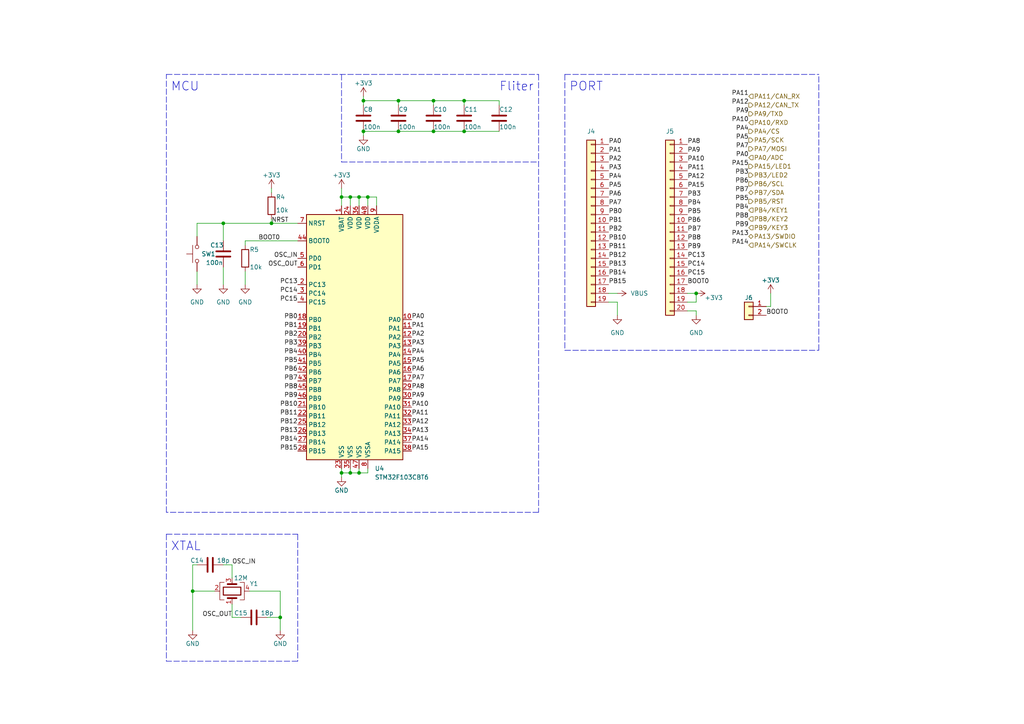
<source format=kicad_sch>
(kicad_sch (version 20211123) (generator eeschema)
  (paper "A4")
  (lib_symbols
    (symbol "Connector_Generic:Conn_01x02" (pin_names (offset 1.016) hide)
      (property "Reference" "J" (at 0 2.54 0))
      (property "Value" "Conn_01x02" (at 0 -5.08 0))
      (symbol "Conn_01x02_1_1"
        (rectangle (start -1.27 -2.413) (end 0 -2.667) (stroke (width 0.1524)))
        (rectangle (start -1.27 0.127) (end 0 -0.127) (stroke (width 0.1524)))
        (rectangle (start -1.27 1.27) (end 1.27 -3.81) (stroke (width 0.254)) (fill (type background)))
        (pin passive line (at -5.08 0 0) (length 3.81) (name "Pin_1") (number "1"))
        (pin passive line (at -5.08 -2.54 0) (length 3.81) (name "Pin_2") (number "2"))
      )
    )
    (symbol "Connector_Generic:Conn_01x19" (pin_names (offset 1.016) hide)
      (property "Reference" "J" (at 0 25.4 0))
      (property "Value" "Conn_01x19" (at 0 -25.4 0))
      (symbol "Conn_01x19_1_1"
        (rectangle (start -1.27 -22.733) (end 0 -22.987) (stroke (width 0.1524)))
        (rectangle (start -1.27 -20.193) (end 0 -20.447) (stroke (width 0.1524)))
        (rectangle (start -1.27 -17.653) (end 0 -17.907) (stroke (width 0.1524)))
        (rectangle (start -1.27 -15.113) (end 0 -15.367) (stroke (width 0.1524)))
        (rectangle (start -1.27 -12.573) (end 0 -12.827) (stroke (width 0.1524)))
        (rectangle (start -1.27 -10.033) (end 0 -10.287) (stroke (width 0.1524)))
        (rectangle (start -1.27 -7.493) (end 0 -7.747) (stroke (width 0.1524)))
        (rectangle (start -1.27 -4.953) (end 0 -5.207) (stroke (width 0.1524)))
        (rectangle (start -1.27 -2.413) (end 0 -2.667) (stroke (width 0.1524)))
        (rectangle (start -1.27 0.127) (end 0 -0.127) (stroke (width 0.1524)))
        (rectangle (start -1.27 2.667) (end 0 2.413) (stroke (width 0.1524)))
        (rectangle (start -1.27 5.207) (end 0 4.953) (stroke (width 0.1524)))
        (rectangle (start -1.27 7.747) (end 0 7.493) (stroke (width 0.1524)))
        (rectangle (start -1.27 10.287) (end 0 10.033) (stroke (width 0.1524)))
        (rectangle (start -1.27 12.827) (end 0 12.573) (stroke (width 0.1524)))
        (rectangle (start -1.27 15.367) (end 0 15.113) (stroke (width 0.1524)))
        (rectangle (start -1.27 17.907) (end 0 17.653) (stroke (width 0.1524)))
        (rectangle (start -1.27 20.447) (end 0 20.193) (stroke (width 0.1524)))
        (rectangle (start -1.27 22.987) (end 0 22.733) (stroke (width 0.1524)))
        (rectangle (start -1.27 24.13) (end 1.27 -24.13) (stroke (width 0.254)) (fill (type background)))
        (pin passive line (at -5.08 22.86 0) (length 3.81) (name "Pin_1") (number "1"))
        (pin passive line (at -5.08 0 0) (length 3.81) (name "Pin_10") (number "10"))
        (pin passive line (at -5.08 -2.54 0) (length 3.81) (name "Pin_11") (number "11"))
        (pin passive line (at -5.08 -5.08 0) (length 3.81) (name "Pin_12") (number "12"))
        (pin passive line (at -5.08 -7.62 0) (length 3.81) (name "Pin_13") (number "13"))
        (pin passive line (at -5.08 -10.16 0) (length 3.81) (name "Pin_14") (number "14"))
        (pin passive line (at -5.08 -12.7 0) (length 3.81) (name "Pin_15") (number "15"))
        (pin passive line (at -5.08 -15.24 0) (length 3.81) (name "Pin_16") (number "16"))
        (pin passive line (at -5.08 -17.78 0) (length 3.81) (name "Pin_17") (number "17"))
        (pin passive line (at -5.08 -20.32 0) (length 3.81) (name "Pin_18") (number "18"))
        (pin passive line (at -5.08 -22.86 0) (length 3.81) (name "Pin_19") (number "19"))
        (pin passive line (at -5.08 20.32 0) (length 3.81) (name "Pin_2") (number "2"))
        (pin passive line (at -5.08 17.78 0) (length 3.81) (name "Pin_3") (number "3"))
        (pin passive line (at -5.08 15.24 0) (length 3.81) (name "Pin_4") (number "4"))
        (pin passive line (at -5.08 12.7 0) (length 3.81) (name "Pin_5") (number "5"))
        (pin passive line (at -5.08 10.16 0) (length 3.81) (name "Pin_6") (number "6"))
        (pin passive line (at -5.08 7.62 0) (length 3.81) (name "Pin_7") (number "7"))
        (pin passive line (at -5.08 5.08 0) (length 3.81) (name "Pin_8") (number "8"))
        (pin passive line (at -5.08 2.54 0) (length 3.81) (name "Pin_9") (number "9"))
      )
    )
    (symbol "Connector_Generic:Conn_01x20" (pin_names (offset 1.016) hide)
      (property "Reference" "J" (at 0 25.4 0))
      (property "Value" "Conn_01x20" (at 0 -27.94 0))
      (symbol "Conn_01x20_1_1"
        (rectangle (start -1.27 -25.273) (end 0 -25.527) (stroke (width 0.1524)))
        (rectangle (start -1.27 -22.733) (end 0 -22.987) (stroke (width 0.1524)))
        (rectangle (start -1.27 -20.193) (end 0 -20.447) (stroke (width 0.1524)))
        (rectangle (start -1.27 -17.653) (end 0 -17.907) (stroke (width 0.1524)))
        (rectangle (start -1.27 -15.113) (end 0 -15.367) (stroke (width 0.1524)))
        (rectangle (start -1.27 -12.573) (end 0 -12.827) (stroke (width 0.1524)))
        (rectangle (start -1.27 -10.033) (end 0 -10.287) (stroke (width 0.1524)))
        (rectangle (start -1.27 -7.493) (end 0 -7.747) (stroke (width 0.1524)))
        (rectangle (start -1.27 -4.953) (end 0 -5.207) (stroke (width 0.1524)))
        (rectangle (start -1.27 -2.413) (end 0 -2.667) (stroke (width 0.1524)))
        (rectangle (start -1.27 0.127) (end 0 -0.127) (stroke (width 0.1524)))
        (rectangle (start -1.27 2.667) (end 0 2.413) (stroke (width 0.1524)))
        (rectangle (start -1.27 5.207) (end 0 4.953) (stroke (width 0.1524)))
        (rectangle (start -1.27 7.747) (end 0 7.493) (stroke (width 0.1524)))
        (rectangle (start -1.27 10.287) (end 0 10.033) (stroke (width 0.1524)))
        (rectangle (start -1.27 12.827) (end 0 12.573) (stroke (width 0.1524)))
        (rectangle (start -1.27 15.367) (end 0 15.113) (stroke (width 0.1524)))
        (rectangle (start -1.27 17.907) (end 0 17.653) (stroke (width 0.1524)))
        (rectangle (start -1.27 20.447) (end 0 20.193) (stroke (width 0.1524)))
        (rectangle (start -1.27 22.987) (end 0 22.733) (stroke (width 0.1524)))
        (rectangle (start -1.27 24.13) (end 1.27 -26.67) (stroke (width 0.254)) (fill (type background)))
        (pin passive line (at -5.08 22.86 0) (length 3.81) (name "Pin_1") (number "1"))
        (pin passive line (at -5.08 0 0) (length 3.81) (name "Pin_10") (number "10"))
        (pin passive line (at -5.08 -2.54 0) (length 3.81) (name "Pin_11") (number "11"))
        (pin passive line (at -5.08 -5.08 0) (length 3.81) (name "Pin_12") (number "12"))
        (pin passive line (at -5.08 -7.62 0) (length 3.81) (name "Pin_13") (number "13"))
        (pin passive line (at -5.08 -10.16 0) (length 3.81) (name "Pin_14") (number "14"))
        (pin passive line (at -5.08 -12.7 0) (length 3.81) (name "Pin_15") (number "15"))
        (pin passive line (at -5.08 -15.24 0) (length 3.81) (name "Pin_16") (number "16"))
        (pin passive line (at -5.08 -17.78 0) (length 3.81) (name "Pin_17") (number "17"))
        (pin passive line (at -5.08 -20.32 0) (length 3.81) (name "Pin_18") (number "18"))
        (pin passive line (at -5.08 -22.86 0) (length 3.81) (name "Pin_19") (number "19"))
        (pin passive line (at -5.08 20.32 0) (length 3.81) (name "Pin_2") (number "2"))
        (pin passive line (at -5.08 -25.4 0) (length 3.81) (name "Pin_20") (number "20"))
        (pin passive line (at -5.08 17.78 0) (length 3.81) (name "Pin_3") (number "3"))
        (pin passive line (at -5.08 15.24 0) (length 3.81) (name "Pin_4") (number "4"))
        (pin passive line (at -5.08 12.7 0) (length 3.81) (name "Pin_5") (number "5"))
        (pin passive line (at -5.08 10.16 0) (length 3.81) (name "Pin_6") (number "6"))
        (pin passive line (at -5.08 7.62 0) (length 3.81) (name "Pin_7") (number "7"))
        (pin passive line (at -5.08 5.08 0) (length 3.81) (name "Pin_8") (number "8"))
        (pin passive line (at -5.08 2.54 0) (length 3.81) (name "Pin_9") (number "9"))
      )
    )
    (symbol "Device:C" (pin_numbers hide) (pin_names (offset 0.254))
      (property "Reference" "C" (at 0.635 2.54 0))
      (property "Value" "C" (at 0.635 -2.54 0))
      (symbol "C_0_1"
        (polyline (pts (xy -2.032 -0.762) (xy 2.032 -0.762)) (stroke (width 0.508)))
        (polyline (pts (xy -2.032 0.762) (xy 2.032 0.762)) (stroke (width 0.508)))
      )
      (symbol "C_1_1"
        (pin passive line (at 0 3.81 270) (length 2.794) (name "~") (number "1"))
        (pin passive line (at 0 -3.81 90) (length 2.794) (name "~") (number "2"))
      )
    )
    (symbol "Device:Crystal_GND24" (pin_names (offset 1.016) hide)
      (property "Reference" "Y" (at 3.175 5.08 0))
      (property "Value" "Crystal_GND24" (at 3.175 3.175 0))
      (symbol "Crystal_GND24_0_1"
        (rectangle (start -1.143 2.54) (end 1.143 -2.54) (stroke (width 0.3048)))
        (polyline (pts (xy -2.54 0) (xy -2.032 0)))
        (polyline (pts (xy -2.032 -1.27) (xy -2.032 1.27)) (stroke (width 0.508)))
        (polyline (pts (xy 0 -3.81) (xy 0 -3.556)))
        (polyline (pts (xy 0 3.556) (xy 0 3.81)))
        (polyline (pts (xy 2.032 -1.27) (xy 2.032 1.27)) (stroke (width 0.508)))
        (polyline (pts (xy 2.032 0) (xy 2.54 0)))
        (polyline (pts (xy -2.54 -2.286) (xy -2.54 -3.556) (xy 2.54 -3.556) (xy 2.54 -2.286)))
        (polyline (pts (xy -2.54 2.286) (xy -2.54 3.556) (xy 2.54 3.556) (xy 2.54 2.286)))
      )
      (symbol "Crystal_GND24_1_1"
        (pin passive line (at -3.81 0 0) (length 1.27) (name "1") (number "1"))
        (pin passive line (at 0 5.08 270) (length 1.27) (name "2") (number "2"))
        (pin passive line (at 3.81 0 180) (length 1.27) (name "3") (number "3"))
        (pin passive line (at 0 -5.08 90) (length 1.27) (name "4") (number "4"))
      )
    )
    (symbol "Device:R" (pin_numbers hide) (pin_names (offset 0))
      (property "Reference" "R" (at 2.032 0 90))
      (property "Value" "R" (at 0 0 90))
      (symbol "R_0_1"
        (rectangle (start -1.016 -2.54) (end 1.016 2.54) (stroke (width 0.254)))
      )
      (symbol "R_1_1"
        (pin passive line (at 0 3.81 270) (length 1.27) (name "~") (number "1"))
        (pin passive line (at 0 -3.81 90) (length 1.27) (name "~") (number "2"))
      )
    )
    (symbol "MCU_ST_STM32F1:STM32F103CBTx"
      (property "Reference" "U" (at -15.24 36.83 0))
      (property "Value" "STM32F103CBTx" (at 7.62 36.83 0))
      (symbol "STM32F103CBTx_0_1"
        (rectangle (start -15.24 -35.56) (end 12.7 35.56) (stroke (width 0.254)) (fill (type background)))
      )
      (symbol "STM32F103CBTx_1_1"
        (pin power_in line (at -5.08 38.1 270) (length 2.54) (name "VBAT") (number "1"))
        (pin bidirectional line (at 15.24 5.08 180) (length 2.54) (name "PA0") (number "10"))
        (pin bidirectional line (at 15.24 2.54 180) (length 2.54) (name "PA1") (number "11"))
        (pin bidirectional line (at 15.24 0 180) (length 2.54) (name "PA2") (number "12"))
        (pin bidirectional line (at 15.24 -2.54 180) (length 2.54) (name "PA3") (number "13"))
        (pin bidirectional line (at 15.24 -5.08 180) (length 2.54) (name "PA4") (number "14"))
        (pin bidirectional line (at 15.24 -7.62 180) (length 2.54) (name "PA5") (number "15"))
        (pin bidirectional line (at 15.24 -10.16 180) (length 2.54) (name "PA6") (number "16"))
        (pin bidirectional line (at 15.24 -12.7 180) (length 2.54) (name "PA7") (number "17"))
        (pin bidirectional line (at -17.78 5.08 0) (length 2.54) (name "PB0") (number "18"))
        (pin bidirectional line (at -17.78 2.54 0) (length 2.54) (name "PB1") (number "19"))
        (pin bidirectional line (at -17.78 15.24 0) (length 2.54) (name "PC13") (number "2"))
        (pin bidirectional line (at -17.78 0 0) (length 2.54) (name "PB2") (number "20"))
        (pin bidirectional line (at -17.78 -20.32 0) (length 2.54) (name "PB10") (number "21"))
        (pin bidirectional line (at -17.78 -22.86 0) (length 2.54) (name "PB11") (number "22"))
        (pin power_in line (at -5.08 -38.1 90) (length 2.54) (name "VSS") (number "23"))
        (pin power_in line (at -2.54 38.1 270) (length 2.54) (name "VDD") (number "24"))
        (pin bidirectional line (at -17.78 -25.4 0) (length 2.54) (name "PB12") (number "25"))
        (pin bidirectional line (at -17.78 -27.94 0) (length 2.54) (name "PB13") (number "26"))
        (pin bidirectional line (at -17.78 -30.48 0) (length 2.54) (name "PB14") (number "27"))
        (pin bidirectional line (at -17.78 -33.02 0) (length 2.54) (name "PB15") (number "28"))
        (pin bidirectional line (at 15.24 -15.24 180) (length 2.54) (name "PA8") (number "29"))
        (pin bidirectional line (at -17.78 12.7 0) (length 2.54) (name "PC14") (number "3"))
        (pin bidirectional line (at 15.24 -17.78 180) (length 2.54) (name "PA9") (number "30"))
        (pin bidirectional line (at 15.24 -20.32 180) (length 2.54) (name "PA10") (number "31"))
        (pin bidirectional line (at 15.24 -22.86 180) (length 2.54) (name "PA11") (number "32"))
        (pin bidirectional line (at 15.24 -25.4 180) (length 2.54) (name "PA12") (number "33"))
        (pin bidirectional line (at 15.24 -27.94 180) (length 2.54) (name "PA13") (number "34"))
        (pin power_in line (at -2.54 -38.1 90) (length 2.54) (name "VSS") (number "35"))
        (pin power_in line (at 0 38.1 270) (length 2.54) (name "VDD") (number "36"))
        (pin bidirectional line (at 15.24 -30.48 180) (length 2.54) (name "PA14") (number "37"))
        (pin bidirectional line (at 15.24 -33.02 180) (length 2.54) (name "PA15") (number "38"))
        (pin bidirectional line (at -17.78 -2.54 0) (length 2.54) (name "PB3") (number "39"))
        (pin bidirectional line (at -17.78 10.16 0) (length 2.54) (name "PC15") (number "4"))
        (pin bidirectional line (at -17.78 -5.08 0) (length 2.54) (name "PB4") (number "40"))
        (pin bidirectional line (at -17.78 -7.62 0) (length 2.54) (name "PB5") (number "41"))
        (pin bidirectional line (at -17.78 -10.16 0) (length 2.54) (name "PB6") (number "42"))
        (pin bidirectional line (at -17.78 -12.7 0) (length 2.54) (name "PB7") (number "43"))
        (pin input line (at -17.78 27.94 0) (length 2.54) (name "BOOT0") (number "44"))
        (pin bidirectional line (at -17.78 -15.24 0) (length 2.54) (name "PB8") (number "45"))
        (pin bidirectional line (at -17.78 -17.78 0) (length 2.54) (name "PB9") (number "46"))
        (pin power_in line (at 0 -38.1 90) (length 2.54) (name "VSS") (number "47"))
        (pin power_in line (at 2.54 38.1 270) (length 2.54) (name "VDD") (number "48"))
        (pin input line (at -17.78 22.86 0) (length 2.54) (name "PD0") (number "5"))
        (pin input line (at -17.78 20.32 0) (length 2.54) (name "PD1") (number "6"))
        (pin input line (at -17.78 33.02 0) (length 2.54) (name "NRST") (number "7"))
        (pin power_in line (at 2.54 -38.1 90) (length 2.54) (name "VSSA") (number "8"))
        (pin power_in line (at 5.08 38.1 270) (length 2.54) (name "VDDA") (number "9"))
      )
    )
    (symbol "Switch:SW_Push" (pin_numbers hide) (pin_names (offset 1.016) hide)
      (property "Reference" "SW" (at 1.27 2.54 0))
      (property "Value" "SW_Push" (at 0 -1.524 0))
      (symbol "SW_Push_0_1"
        (circle (center -2.032 0) (radius 0.508))
        (polyline (pts (xy 0 1.27) (xy 0 3.048)))
        (polyline (pts (xy 2.54 1.27) (xy -2.54 1.27)))
        (circle (center 2.032 0) (radius 0.508))
        (pin passive line (at -5.08 0 0) (length 2.54) (name "1") (number "1"))
        (pin passive line (at 5.08 0 180) (length 2.54) (name "2") (number "2"))
      )
    )
    (symbol "power:+3V3" (power) (pin_names (offset 0))
      (property "Value" "+3V3" (at 0 3.556 0))
      (symbol "+3V3_0_1"
        (polyline (pts (xy -0.762 1.27) (xy 0 2.54)))
        (polyline (pts (xy 0 0) (xy 0 2.54)))
        (polyline (pts (xy 0 2.54) (xy 0.762 1.27)))
      )
      (symbol "+3V3_1_1"
        (pin power_in line (at 0 0 90) (length 0) hide (name "+3V3") (number "1"))
      )
    )
    (symbol "power:GND" (power) (pin_names (offset 0))
      (property "Value" "GND" (at 0 -3.81 0))
      (symbol "GND_0_1"
        (polyline (pts (xy 0 0) (xy 0 -1.27) (xy 1.27 -1.27) (xy 0 -2.54) (xy -1.27 -1.27) (xy 0 -1.27)))
      )
      (symbol "GND_1_1"
        (pin power_in line (at 0 0 270) (length 0) hide (name "GND") (number "1"))
      )
    )
    (symbol "power:VBUS" (power) (pin_names (offset 0))
      (property "Value" "VBUS" (at 0 3.81 0))
      (symbol "VBUS_0_1"
        (polyline (pts (xy -0.762 1.27) (xy 0 2.54)))
        (polyline (pts (xy 0 0) (xy 0 2.54)))
        (polyline (pts (xy 0 2.54) (xy 0.762 1.27)))
      )
      (symbol "VBUS_1_1"
        (pin power_in line (at 0 0 90) (length 0) hide (name "VBUS") (number "1"))
      )
    )
  )
  (junction (at 104.14 57.15))
  (junction (at 104.14 137.16))
  (junction (at 55.88 171.45))
  (junction (at 115.57 29.21))
  (junction (at 81.28 179.07))
  (junction (at 134.62 38.1))
  (junction (at 64.77 64.77))
  (junction (at 101.6 137.16))
  (junction (at 99.06 137.16))
  (junction (at 125.73 29.21))
  (junction (at 105.41 29.21))
  (junction (at 134.62 29.21))
  (junction (at 106.68 57.15))
  (junction (at 101.6 57.15))
  (junction (at 105.41 38.1))
  (junction (at 99.06 57.15))
  (junction (at 115.57 38.1))
  (junction (at 125.73 38.1))
  (junction (at 201.93 85.09))
  (junction (at 78.74 64.77))
  (wire (pts (xy 125.73 38.1) (xy 134.62 38.1)))
  (polyline (pts (xy 105.41 21.59) (xy 156.21 21.59)))
  (wire (pts (xy 104.14 57.15) (xy 101.6 57.15)))
  (wire (pts (xy 55.88 171.45) (xy 62.23 171.45)))
  (wire (pts (xy 77.47 179.07) (xy 81.28 179.07)))
  (wire (pts (xy 71.12 71.12) (xy 71.12 69.85)))
  (wire (pts (xy 201.93 90.17) (xy 201.93 91.44)))
  (wire (pts (xy 201.93 87.63) (xy 201.93 85.09)))
  (polyline (pts (xy 156.21 148.59) (xy 48.26 148.59)))
  (wire (pts (xy 99.06 57.15) (xy 99.06 59.69)))
  (polyline (pts (xy 48.26 148.59) (xy 48.26 21.59)))
  (wire (pts (xy 106.68 57.15) (xy 104.14 57.15)))
  (wire (pts (xy 199.39 87.63) (xy 201.93 87.63)))
  (polyline (pts (xy 163.83 21.59) (xy 163.83 101.6)))
  (wire (pts (xy 55.88 171.45) (xy 55.88 182.88)))
  (wire (pts (xy 99.06 135.89) (xy 99.06 137.16)))
  (polyline (pts (xy 156.21 21.59) (xy 156.21 148.59)))
  (wire (pts (xy 64.77 64.77) (xy 64.77 69.85)))
  (wire (pts (xy 199.39 85.09) (xy 201.93 85.09)))
  (wire (pts (xy 101.6 137.16) (xy 99.06 137.16)))
  (wire (pts (xy 78.74 63.5) (xy 78.74 64.77)))
  (wire (pts (xy 67.31 167.64) (xy 67.31 163.83)))
  (wire (pts (xy 222.25 88.9) (xy 223.52 88.9)))
  (wire (pts (xy 106.68 137.16) (xy 104.14 137.16)))
  (wire (pts (xy 67.31 163.83) (xy 64.77 163.83)))
  (wire (pts (xy 81.28 171.45) (xy 81.28 179.07)))
  (wire (pts (xy 104.14 135.89) (xy 104.14 137.16)))
  (wire (pts (xy 99.06 137.16) (xy 99.06 138.43)))
  (polyline (pts (xy 48.26 154.94) (xy 86.36 154.94)))
  (wire (pts (xy 105.41 29.21) (xy 105.41 30.48)))
  (wire (pts (xy 72.39 171.45) (xy 81.28 171.45)))
  (wire (pts (xy 106.68 59.69) (xy 106.68 57.15)))
  (wire (pts (xy 125.73 29.21) (xy 115.57 29.21)))
  (wire (pts (xy 109.22 57.15) (xy 106.68 57.15)))
  (wire (pts (xy 57.15 68.58) (xy 57.15 64.77)))
  (wire (pts (xy 199.39 90.17) (xy 201.93 90.17)))
  (wire (pts (xy 176.53 85.09) (xy 179.07 85.09)))
  (polyline (pts (xy 163.83 21.59) (xy 237.49 21.59)))
  (polyline (pts (xy 48.26 154.94) (xy 48.26 191.77)))
  (polyline (pts (xy 86.36 154.94) (xy 86.36 191.77)))
  (wire (pts (xy 106.68 135.89) (xy 106.68 137.16)))
  (wire (pts (xy 55.88 163.83) (xy 55.88 171.45)))
  (wire (pts (xy 115.57 29.21) (xy 105.41 29.21)))
  (wire (pts (xy 134.62 30.48) (xy 134.62 29.21)))
  (wire (pts (xy 71.12 69.85) (xy 86.36 69.85)))
  (wire (pts (xy 104.14 137.16) (xy 101.6 137.16)))
  (polyline (pts (xy 99.06 21.59) (xy 99.06 46.99)))
  (wire (pts (xy 134.62 29.21) (xy 125.73 29.21)))
  (polyline (pts (xy 99.06 46.99) (xy 156.21 46.99)))
  (wire (pts (xy 105.41 38.1) (xy 105.41 39.37)))
  (wire (pts (xy 101.6 59.69) (xy 101.6 57.15)))
  (wire (pts (xy 99.06 54.61) (xy 99.06 57.15)))
  (wire (pts (xy 67.31 175.26) (xy 67.31 179.07)))
  (wire (pts (xy 134.62 38.1) (xy 144.78 38.1)))
  (polyline (pts (xy 86.36 191.77) (xy 48.26 191.77)))
  (wire (pts (xy 223.52 88.9) (xy 223.52 85.09)))
  (wire (pts (xy 115.57 38.1) (xy 125.73 38.1)))
  (wire (pts (xy 179.07 87.63) (xy 179.07 91.44)))
  (wire (pts (xy 125.73 30.48) (xy 125.73 29.21)))
  (wire (pts (xy 81.28 179.07) (xy 81.28 182.88)))
  (wire (pts (xy 101.6 135.89) (xy 101.6 137.16)))
  (wire (pts (xy 105.41 27.94) (xy 105.41 29.21)))
  (wire (pts (xy 101.6 57.15) (xy 99.06 57.15)))
  (polyline (pts (xy 237.49 101.6) (xy 237.49 21.59)))
  (wire (pts (xy 71.12 78.74) (xy 71.12 82.55)))
  (wire (pts (xy 78.74 54.61) (xy 78.74 55.88)))
  (wire (pts (xy 57.15 64.77) (xy 64.77 64.77)))
  (wire (pts (xy 176.53 87.63) (xy 179.07 87.63)))
  (wire (pts (xy 57.15 78.74) (xy 57.15 82.55)))
  (wire (pts (xy 144.78 29.21) (xy 134.62 29.21)))
  (wire (pts (xy 64.77 77.47) (xy 64.77 82.55)))
  (wire (pts (xy 104.14 59.69) (xy 104.14 57.15)))
  (wire (pts (xy 78.74 64.77) (xy 86.36 64.77)))
  (wire (pts (xy 55.88 163.83) (xy 57.15 163.83)))
  (wire (pts (xy 144.78 30.48) (xy 144.78 29.21)))
  (wire (pts (xy 64.77 64.77) (xy 78.74 64.77)))
  (wire (pts (xy 115.57 30.48) (xy 115.57 29.21)))
  (wire (pts (xy 109.22 59.69) (xy 109.22 57.15)))
  (polyline (pts (xy 48.26 21.59) (xy 105.41 21.59)))
  (wire (pts (xy 67.31 179.07) (xy 69.85 179.07)))
  (wire (pts (xy 105.41 38.1) (xy 115.57 38.1)))
  (polyline (pts (xy 163.83 101.6) (xy 237.49 101.6)))
  (text "Fliter" (at 144.78 26.67 0) (effects (font (size 2.54 2.54)) (justify left bottom)))
  (text "PORT" (at 165.1 26.67 0) (effects (font (size 2.54 2.54)) (justify left bottom)))
  (text "XTAL" (at 49.53 160.02 0) (effects (font (size 2.54 2.54)) (justify left bottom)))
  (text "MCU" (at 49.53 26.67 0) (effects (font (size 2.54 2.54)) (justify left bottom)))
  (label "PA10" (at 119.38 118.11 0))
  (label "PA7" (at 119.38 110.49 0))
  (label "PB12" (at 86.36 123.19 180))
  (label "PC13" (at 86.36 82.55 180))
  (label "PA12" (at 199.39 52.07 0))
  (label "PB2" (at 176.53 67.31 0))
  (label "PA4" (at 119.38 102.87 0))
  (label "PA15" (at 217.17 48.26 180))
  (label "PB13" (at 176.53 77.47 0))
  (label "PA4" (at 217.17 38.1 180))
  (label "PA11" (at 199.39 49.53 0))
  (label "PB15" (at 86.36 130.81 180))
  (label "PA6" (at 176.53 57.15 0))
  (label "PA15" (at 199.39 54.61 0))
  (label "PB6" (at 217.17 53.34 180))
  (label "OSC_OUT" (at 67.31 179.07 180))
  (label "PB3" (at 199.39 57.15 0))
  (label "PB4" (at 199.39 59.69 0))
  (label "PB8" (at 217.17 63.5 180))
  (label "PB9" (at 199.39 72.39 0))
  (label "PB6" (at 86.36 107.95 180))
  (label "PB3" (at 86.36 100.33 180))
  (label "PB5" (at 199.39 62.23 0))
  (label "PA5" (at 176.53 54.61 0))
  (label "PB0" (at 86.36 92.71 180))
  (label "PA15" (at 119.38 130.81 0))
  (label "PB7" (at 217.17 55.88 180))
  (label "PA13" (at 119.38 125.73 0))
  (label "PB5" (at 217.17 58.42 180))
  (label "BOOT0" (at 74.93 69.85 0))
  (label "PB14" (at 176.53 80.01 0))
  (label "BOOTO" (at 222.25 91.44 0))
  (label "PC14" (at 199.39 77.47 0))
  (label "PC15" (at 86.36 87.63 180))
  (label "PA4" (at 176.53 52.07 0))
  (label "PA14" (at 217.17 71.12 180))
  (label "PA8" (at 199.39 41.91 0))
  (label "PC14" (at 86.36 85.09 180))
  (label "PA8" (at 119.38 113.03 0))
  (label "PA3" (at 176.53 49.53 0))
  (label "OSC_OUT" (at 86.36 77.47 180))
  (label "PA11" (at 217.17 27.94 180))
  (label "PB4" (at 217.17 60.96 180))
  (label "PB8" (at 86.36 113.03 180))
  (label "OSC_IN" (at 86.36 74.93 180))
  (label "OSC_IN" (at 67.31 163.83 0))
  (label "PA0" (at 217.17 45.72 180))
  (label "PB5" (at 86.36 105.41 180))
  (label "PB2" (at 86.36 97.79 180))
  (label "PB9" (at 217.17 66.04 180))
  (label "PA3" (at 119.38 100.33 0))
  (label "PA11" (at 119.38 120.65 0))
  (label "NRST" (at 78.74 64.77 0))
  (label "PA2" (at 119.38 97.79 0))
  (label "PB0" (at 176.53 62.23 0))
  (label "PA7" (at 176.53 59.69 0))
  (label "PA5" (at 217.17 40.64 180))
  (label "PA6" (at 119.38 107.95 0))
  (label "PB15" (at 176.53 82.55 0))
  (label "PB1" (at 86.36 95.25 180))
  (label "PB1" (at 176.53 64.77 0))
  (label "PC13" (at 199.39 74.93 0))
  (label "PB13" (at 86.36 125.73 180))
  (label "PB7" (at 199.39 67.31 0))
  (label "PB8" (at 199.39 69.85 0))
  (label "PA2" (at 176.53 46.99 0))
  (label "PB7" (at 86.36 110.49 180))
  (label "PA10" (at 199.39 46.99 0))
  (label "PA0" (at 176.53 41.91 0))
  (label "PA14" (at 119.38 128.27 0))
  (label "BOOT0" (at 199.39 82.55 0))
  (label "PB10" (at 86.36 118.11 180))
  (label "PB6" (at 199.39 64.77 0))
  (label "PB3" (at 217.17 50.8 180))
  (label "PB11" (at 86.36 120.65 180))
  (label "PA10" (at 217.17 35.56 180))
  (label "PB11" (at 176.53 72.39 0))
  (label "PA9" (at 199.39 44.45 0))
  (label "PA12" (at 217.17 30.48 180))
  (label "PA1" (at 119.38 95.25 0))
  (label "PA5" (at 119.38 105.41 0))
  (label "PB14" (at 86.36 128.27 180))
  (label "PA12" (at 119.38 123.19 0))
  (label "PA7" (at 217.17 43.18 180))
  (label "PA9" (at 217.17 33.02 180))
  (label "PC15" (at 199.39 80.01 0))
  (label "PB9" (at 86.36 115.57 180))
  (label "PA9" (at 119.38 115.57 0))
  (label "PA13" (at 217.17 68.58 180))
  (label "PA1" (at 176.53 44.45 0))
  (label "PA0" (at 119.38 92.71 0))
  (label "PB10" (at 176.53 69.85 0))
  (label "PB4" (at 86.36 102.87 180))
  (label "PB12" (at 176.53 74.93 0))
  (hierarchical_label "PA9{slash}TXD" (shape output) (at 217.17 33.02 0))
  (hierarchical_label "PA14{slash}SWCLK" (shape input) (at 217.17 71.12 0))
  (hierarchical_label "PB6{slash}SCL" (shape output) (at 217.17 53.34 0))
  (hierarchical_label "PA15{slash}LED1" (shape output) (at 217.17 48.26 0))
  (hierarchical_label "PB5{slash}RST" (shape output) (at 217.17 58.42 0))
  (hierarchical_label "PB9{slash}KEY3" (shape input) (at 217.17 66.04 0))
  (hierarchical_label "PA5{slash}SCK" (shape output) (at 217.17 40.64 0))
  (hierarchical_label "PB4{slash}KEY1" (shape input) (at 217.17 60.96 0))
  (hierarchical_label "PA13{slash}SWDIO" (shape bidirectional) (at 217.17 68.58 0))
  (hierarchical_label "PA11{slash}CAN_RX" (shape input) (at 217.17 27.94 0))
  (hierarchical_label "PB7{slash}SDA" (shape bidirectional) (at 217.17 55.88 0))
  (hierarchical_label "PA0{slash}ADC" (shape input) (at 217.17 45.72 0))
  (hierarchical_label "PB3{slash}LED2" (shape output) (at 217.17 50.8 0))
  (hierarchical_label "PA12{slash}CAN_TX" (shape output) (at 217.17 30.48 0))
  (hierarchical_label "PA10{slash}RXD" (shape input) (at 217.17 35.56 0))
  (hierarchical_label "PB8{slash}KEY2" (shape input) (at 217.17 63.5 0))
  (hierarchical_label "PA4{slash}CS" (shape output) (at 217.17 38.1 0))
  (hierarchical_label "PA7{slash}MOSI" (shape output) (at 217.17 43.18 0))
  (symbol (lib_id "Device:C") (at 105.41 34.29 0) (unit 1)
    (property "Reference" "C8" (at 105.41 31.75 0) (effects (justify left)))
    (property "Value" "100n" (at 105.41 36.83 0) (effects (justify left)))
    (property "Footprint" "Capacitor_SMD:C_0603_1608Metric" (effects hide))
  )
  (symbol (lib_id "Connector_Generic:Conn_01x20") (at 194.31 64.77 0) (mirror y) (unit 1)
    (property "Reference" "J5" (at 194.31 38.1 0))
    (property "Value" "Conn_01x20" (effects hide))
    (property "Footprint" "Connector_PinHeader_2.54mm:PinHeader_1x20_P2.54mm_Vertical" (effects hide))
  )
  (symbol (lib_id "Device:R") (at 71.12 74.93 0) (unit 1)
    (property "Reference" "R5" (at 72.39 72.39 0) (effects (justify left)))
    (property "Value" "10k" (at 72.39 77.47 0) (effects (justify left)))
    (property "Footprint" "Resistor_SMD:R_0603_1608Metric" (effects hide))
  )
  (symbol (lib_id "Connector_Generic:Conn_01x02") (at 217.17 88.9 0) (mirror y) (unit 1)
    (property "Reference" "J6" (at 217.17 86.36 0))
    (property "Value" "Conn_01x02" (effects hide))
    (property "Footprint" "Connector_PinHeader_2.54mm:PinHeader_1x02_P2.54mm_Vertical" (effects hide))
  )
  (symbol (lib_id "power:GND") (at 64.77 82.55 0) (unit 1)
    (property "Reference" "#PWR0132" (effects hide))
    (property "Value" "GND" (at 64.77 87.63 0))
  )
  (symbol (lib_id "power:VBUS") (at 179.07 85.09 270) (unit 1)
    (property "Reference" "#PWR0144" (effects hide))
    (property "Value" "VBUS" (at 182.88 85.0899 90) (effects (justify left)))
  )
  (symbol (lib_id "power:GND") (at 201.93 91.44 0) (unit 1)
    (property "Reference" "#PWR0142" (effects hide))
    (property "Value" "GND" (at 201.93 96.52 0))
  )
  (symbol (lib_id "power:+3V3") (at 78.74 54.61 0) (unit 1)
    (property "Reference" "#PWR0135" (effects hide))
    (property "Value" "+3V3" (at 78.74 50.8 0))
  )
  (symbol (lib_id "power:GND") (at 105.41 39.37 0) (unit 1)
    (property "Reference" "#PWR0139" (effects hide))
    (property "Value" "GND" (at 105.41 43.18 0))
  )
  (symbol (lib_id "power:GND") (at 81.28 182.88 0) (unit 1)
    (property "Reference" "#PWR0137" (effects hide))
    (property "Value" "GND" (at 81.28 186.69 0))
  )
  (symbol (lib_id "Device:C") (at 64.77 73.66 180) (unit 1)
    (property "Reference" "C13" (at 60.96 71.12 0) (effects (justify right)))
    (property "Value" "100n" (at 59.69 76.2 0) (effects (justify right)))
    (property "Footprint" "Capacitor_SMD:C_0603_1608Metric" (effects hide))
  )
  (symbol (lib_id "power:GND") (at 57.15 82.55 0) (unit 1)
    (property "Reference" "#PWR0133" (effects hide))
    (property "Value" "GND" (at 57.15 87.63 0))
  )
  (symbol (lib_id "power:+3V3") (at 99.06 54.61 0) (unit 1)
    (property "Reference" "#PWR0136" (effects hide))
    (property "Value" "+3V3" (at 99.06 50.8 0))
  )
  (symbol (lib_id "MCU_ST_STM32F1:STM32F103CBTx") (at 104.14 97.79 0) (unit 1)
    (property "Reference" "U4" (at 108.6994 135.89 0) (effects (justify left)))
    (property "Value" "STM32F103CBT6" (at 108.6994 138.43 0) (effects (justify left)))
    (property "Footprint" "Package_QFP:LQFP-48_7x7mm_P0.5mm" (effects hide))
    (property "Datasheet" "http://www.st.com/st-web-ui/static/active/en/resource/technical/document/datasheet/CD00161566.pdf" (effects hide))
  )
  (symbol (lib_id "power:+3V3") (at 105.41 27.94 0) (unit 1)
    (property "Reference" "#PWR0140" (effects hide))
    (property "Value" "+3V3" (at 105.41 24.13 0))
  )
  (symbol (lib_id "power:GND") (at 55.88 182.88 0) (unit 1)
    (property "Reference" "#PWR0138" (effects hide))
    (property "Value" "GND" (at 55.88 186.69 0))
  )
  (symbol (lib_id "power:+3V3") (at 223.52 85.09 0) (unit 1)
    (property "Reference" "#PWR0141" (effects hide))
    (property "Value" "+3V3" (at 223.52 81.28 0))
  )
  (symbol (lib_id "Device:C") (at 115.57 34.29 0) (unit 1)
    (property "Reference" "C9" (at 115.57 31.75 0) (effects (justify left)))
    (property "Value" "100n" (at 115.57 36.83 0) (effects (justify left)))
    (property "Footprint" "Capacitor_SMD:C_0603_1608Metric" (effects hide))
  )
  (symbol (lib_id "Device:C") (at 125.73 34.29 0) (unit 1)
    (property "Reference" "C10" (at 125.73 31.75 0) (effects (justify left)))
    (property "Value" "100n" (at 125.73 36.83 0) (effects (justify left)))
    (property "Footprint" "Capacitor_SMD:C_0603_1608Metric" (effects hide))
  )
  (symbol (lib_id "power:GND") (at 71.12 82.55 0) (unit 1)
    (property "Reference" "#PWR0134" (effects hide))
    (property "Value" "GND" (at 71.12 87.63 0))
  )
  (symbol (lib_id "Device:C") (at 134.62 34.29 0) (unit 1)
    (property "Reference" "C11" (at 134.62 31.75 0) (effects (justify left)))
    (property "Value" "100n" (at 134.62 36.83 0) (effects (justify left)))
    (property "Footprint" "Capacitor_SMD:C_0603_1608Metric" (effects hide))
  )
  (symbol (lib_id "power:GND") (at 99.06 138.43 0) (unit 1)
    (property "Reference" "#PWR0131" (effects hide))
    (property "Value" "GND" (at 99.06 142.24 0))
  )
  (symbol (lib_id "Device:Crystal_GND24") (at 67.31 171.45 90) (unit 1)
    (property "Reference" "Y1" (at 73.66 169.291 90))
    (property "Value" "12M" (at 69.85 167.64 90))
    (property "Footprint" "Crystal_SMD_3225-4Pin_3.2x2.5mm" (effects hide))
  )
  (symbol (lib_id "Device:C") (at 73.66 179.07 90) (unit 1)
    (property "Reference" "C15" (at 69.85 177.8 90))
    (property "Value" "18p" (at 77.47 177.8 90))
    (property "Footprint" "Capacitor_SMD:C_0603_1608Metric" (effects hide))
  )
  (symbol (lib_id "Device:R") (at 78.74 59.69 0) (unit 1)
    (property "Reference" "R4" (at 80.01 57.15 0) (effects (justify left)))
    (property "Value" "10k" (at 80.01 60.96 0) (effects (justify left)))
    (property "Footprint" "Resistor_SMD:R_0603_1608Metric" (effects hide))
  )
  (symbol (lib_id "power:GND") (at 179.07 91.44 0) (unit 1)
    (property "Reference" "#PWR0143" (effects hide))
    (property "Value" "GND" (at 179.07 96.52 0))
  )
  (symbol (lib_id "Device:C") (at 60.96 163.83 90) (unit 1)
    (property "Reference" "C14" (at 57.15 162.56 90))
    (property "Value" "18p" (at 64.77 162.56 90))
    (property "Footprint" "Capacitor_SMD:C_0603_1608Metric" (effects hide))
  )
  (symbol (lib_id "Connector_Generic:Conn_01x19") (at 171.45 64.77 0) (mirror y) (unit 1)
    (property "Reference" "J4" (at 171.45 38.1 0))
    (property "Value" "Conn_01x19" (effects hide))
    (property "Footprint" "Connector_PinHeader_2.54mm:PinHeader_1x19_P2.54mm_Vertical" (effects hide))
  )
  (symbol (lib_id "power:+3V3") (at 201.93 85.09 270) (unit 1)
    (property "Reference" "#PWR0145" (effects hide))
    (property "Value" "+3V3" (at 207.01 86.36 90))
  )
  (symbol (lib_id "Device:C") (at 144.78 34.29 0) (unit 1)
    (property "Reference" "C12" (at 144.78 31.75 0) (effects (justify left)))
    (property "Value" "100n" (at 144.78 36.83 0) (effects (justify left)))
    (property "Footprint" "Capacitor_SMD:C_0603_1608Metric" (effects hide))
  )
  (symbol (lib_id "Switch:SW_Push") (at 57.15 73.66 90) (unit 1)
    (property "Reference" "SW1" (at 58.42 73.6599 90) (effects (justify right)))
    (property "Value" "SW_Push" (effects hide))
    (property "Footprint" "Button_Switch_SMD:SW_Push_1P1T_NO_6x6mm_H9.5mm" (effects hide))
  )
)
</source>
